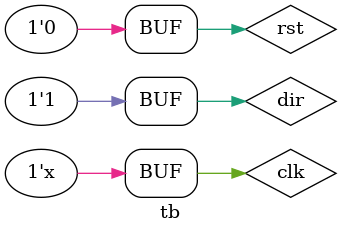
<source format=v>
`timescale 1ns / 1ps
module updowncounter(
    input            clk,
    input            rst,
    input            direc, //0 for down and 1 for up
    output reg [3:0] counter
    );
    
    always @(posedge clk)
    begin
        if(rst)
            counter = 4'b0000;
        else if (direc)    
            counter = counter + 4'b0001;
        else if (!direc)
            counter = counter - 4'b0001;
        else counter = 4'b0000;
    end            
endmodule



`timescale 1ns / 1ps
module tb();

reg clk,rst,dir;
wire [3:0] counter;

updowncounter dut (clk,rst,dir,counter);

initial
begin
    clk = 1;
    rst = 1;
    dir = 0;
    #22
    rst = 0;
    #150
    dir = 1;
end
always #10 clk = ~clk;
endmodule

</source>
